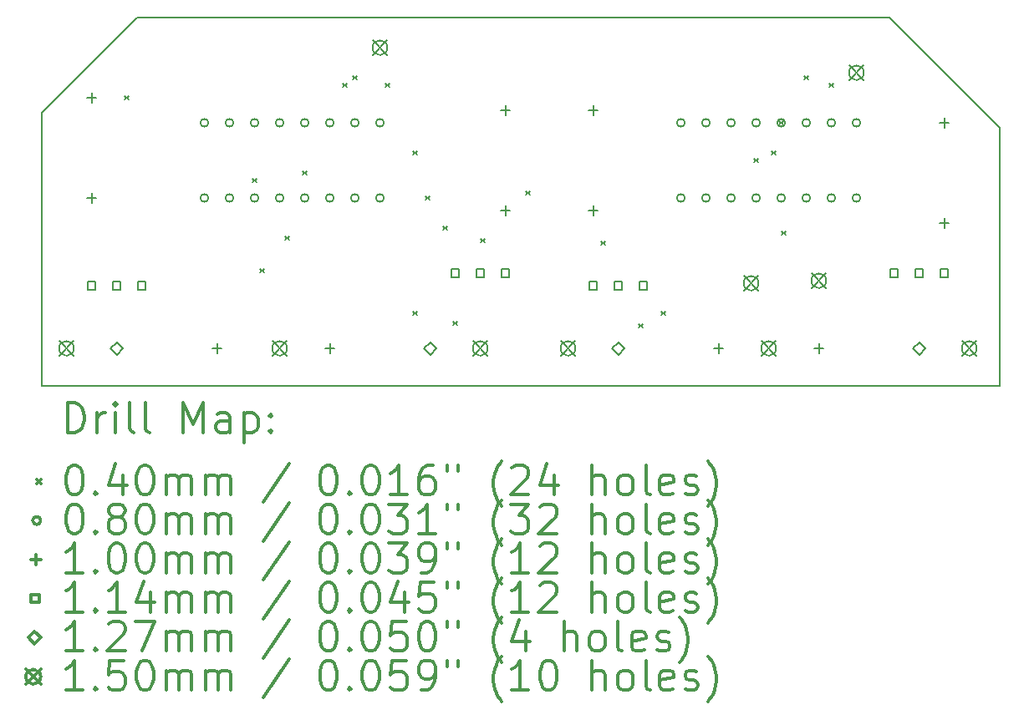
<source format=gbr>
%FSLAX45Y45*%
G04 Gerber Fmt 4.5, Leading zero omitted, Abs format (unit mm)*
G04 Created by KiCad (PCBNEW 4.0.1-stable) date 2016-04-29 3:59:18 PM*
%MOMM*%
G01*
G04 APERTURE LIST*
%ADD10C,0.127000*%
%ADD11C,0.150000*%
%ADD12C,0.200000*%
%ADD13C,0.300000*%
G04 APERTURE END LIST*
D10*
D11*
X20218400Y-9271000D02*
X20218400Y-9347200D01*
X20218400Y-9423400D02*
X20218400Y-9271000D01*
X10515600Y-9423400D02*
X20218400Y-9423400D01*
X20218400Y-6807200D02*
X20218400Y-9296400D01*
X19100800Y-5689600D02*
X20218400Y-6807200D01*
X18770600Y-5689600D02*
X19100800Y-5689600D01*
X18542000Y-5689600D02*
X18770600Y-5689600D01*
X11480800Y-5689600D02*
X18542000Y-5689600D01*
X11379200Y-5791200D02*
X11480800Y-5689600D01*
X11328400Y-5842000D02*
X11379200Y-5791200D01*
X11201400Y-5969000D02*
X11328400Y-5842000D01*
X10515600Y-6654800D02*
X11201400Y-5969000D01*
X10515600Y-9423400D02*
X10515600Y-6654800D01*
D12*
X11359200Y-6482400D02*
X11399200Y-6522400D01*
X11399200Y-6482400D02*
X11359200Y-6522400D01*
X12654600Y-7320600D02*
X12694600Y-7360600D01*
X12694600Y-7320600D02*
X12654600Y-7360600D01*
X12730800Y-8235000D02*
X12770800Y-8275000D01*
X12770800Y-8235000D02*
X12730800Y-8275000D01*
X12984800Y-7904800D02*
X13024800Y-7944800D01*
X13024800Y-7904800D02*
X12984800Y-7944800D01*
X13162600Y-7244400D02*
X13202600Y-7284400D01*
X13202600Y-7244400D02*
X13162600Y-7284400D01*
X13569000Y-6355400D02*
X13609000Y-6395400D01*
X13609000Y-6355400D02*
X13569000Y-6395400D01*
X13670600Y-6279200D02*
X13710600Y-6319200D01*
X13710600Y-6279200D02*
X13670600Y-6319200D01*
X14000800Y-6355400D02*
X14040800Y-6395400D01*
X14040800Y-6355400D02*
X14000800Y-6395400D01*
X14280200Y-7041200D02*
X14320200Y-7081200D01*
X14320200Y-7041200D02*
X14280200Y-7081200D01*
X14280200Y-8666800D02*
X14320200Y-8706800D01*
X14320200Y-8666800D02*
X14280200Y-8706800D01*
X14407200Y-7498400D02*
X14447200Y-7538400D01*
X14447200Y-7498400D02*
X14407200Y-7538400D01*
X14585000Y-7803200D02*
X14625000Y-7843200D01*
X14625000Y-7803200D02*
X14585000Y-7843200D01*
X14686600Y-8768400D02*
X14726600Y-8808400D01*
X14726600Y-8768400D02*
X14686600Y-8808400D01*
X14966000Y-7930200D02*
X15006000Y-7970200D01*
X15006000Y-7930200D02*
X14966000Y-7970200D01*
X15423200Y-7447600D02*
X15463200Y-7487600D01*
X15463200Y-7447600D02*
X15423200Y-7487600D01*
X16185200Y-7955600D02*
X16225200Y-7995600D01*
X16225200Y-7955600D02*
X16185200Y-7995600D01*
X16566200Y-8793800D02*
X16606200Y-8833800D01*
X16606200Y-8793800D02*
X16566200Y-8833800D01*
X16794800Y-8666800D02*
X16834800Y-8706800D01*
X16834800Y-8666800D02*
X16794800Y-8706800D01*
X17734600Y-7117400D02*
X17774600Y-7157400D01*
X17774600Y-7117400D02*
X17734600Y-7157400D01*
X17912400Y-7041200D02*
X17952400Y-7081200D01*
X17952400Y-7041200D02*
X17912400Y-7081200D01*
X17988600Y-6736400D02*
X18028600Y-6776400D01*
X18028600Y-6736400D02*
X17988600Y-6776400D01*
X18014000Y-7854000D02*
X18054000Y-7894000D01*
X18054000Y-7854000D02*
X18014000Y-7894000D01*
X18242600Y-6279200D02*
X18282600Y-6319200D01*
X18282600Y-6279200D02*
X18242600Y-6319200D01*
X18496600Y-6355400D02*
X18536600Y-6395400D01*
X18536600Y-6355400D02*
X18496600Y-6395400D01*
X12206600Y-6756400D02*
G75*
G03X12206600Y-6756400I-40000J0D01*
G01*
X12206600Y-7518400D02*
G75*
G03X12206600Y-7518400I-40000J0D01*
G01*
X12460600Y-6756400D02*
G75*
G03X12460600Y-6756400I-40000J0D01*
G01*
X12460600Y-7518400D02*
G75*
G03X12460600Y-7518400I-40000J0D01*
G01*
X12714600Y-6756400D02*
G75*
G03X12714600Y-6756400I-40000J0D01*
G01*
X12714600Y-7518400D02*
G75*
G03X12714600Y-7518400I-40000J0D01*
G01*
X12968600Y-6756400D02*
G75*
G03X12968600Y-6756400I-40000J0D01*
G01*
X12968600Y-7518400D02*
G75*
G03X12968600Y-7518400I-40000J0D01*
G01*
X13222600Y-6756400D02*
G75*
G03X13222600Y-6756400I-40000J0D01*
G01*
X13222600Y-7518400D02*
G75*
G03X13222600Y-7518400I-40000J0D01*
G01*
X13476600Y-6756400D02*
G75*
G03X13476600Y-6756400I-40000J0D01*
G01*
X13476600Y-7518400D02*
G75*
G03X13476600Y-7518400I-40000J0D01*
G01*
X13730600Y-6756400D02*
G75*
G03X13730600Y-6756400I-40000J0D01*
G01*
X13730600Y-7518400D02*
G75*
G03X13730600Y-7518400I-40000J0D01*
G01*
X13984600Y-6756400D02*
G75*
G03X13984600Y-6756400I-40000J0D01*
G01*
X13984600Y-7518400D02*
G75*
G03X13984600Y-7518400I-40000J0D01*
G01*
X17032600Y-6756400D02*
G75*
G03X17032600Y-6756400I-40000J0D01*
G01*
X17032600Y-7518400D02*
G75*
G03X17032600Y-7518400I-40000J0D01*
G01*
X17286600Y-6756400D02*
G75*
G03X17286600Y-6756400I-40000J0D01*
G01*
X17286600Y-7518400D02*
G75*
G03X17286600Y-7518400I-40000J0D01*
G01*
X17540600Y-6756400D02*
G75*
G03X17540600Y-6756400I-40000J0D01*
G01*
X17540600Y-7518400D02*
G75*
G03X17540600Y-7518400I-40000J0D01*
G01*
X17794600Y-6756400D02*
G75*
G03X17794600Y-6756400I-40000J0D01*
G01*
X17794600Y-7518400D02*
G75*
G03X17794600Y-7518400I-40000J0D01*
G01*
X18048600Y-6756400D02*
G75*
G03X18048600Y-6756400I-40000J0D01*
G01*
X18048600Y-7518400D02*
G75*
G03X18048600Y-7518400I-40000J0D01*
G01*
X18302600Y-6756400D02*
G75*
G03X18302600Y-6756400I-40000J0D01*
G01*
X18302600Y-7518400D02*
G75*
G03X18302600Y-7518400I-40000J0D01*
G01*
X18556600Y-6756400D02*
G75*
G03X18556600Y-6756400I-40000J0D01*
G01*
X18556600Y-7518400D02*
G75*
G03X18556600Y-7518400I-40000J0D01*
G01*
X18810600Y-6756400D02*
G75*
G03X18810600Y-6756400I-40000J0D01*
G01*
X18810600Y-7518400D02*
G75*
G03X18810600Y-7518400I-40000J0D01*
G01*
X11023600Y-6452362D02*
X11023600Y-6552438D01*
X10973562Y-6502400D02*
X11073638Y-6502400D01*
X11023600Y-7468362D02*
X11023600Y-7568438D01*
X10973562Y-7518400D02*
X11073638Y-7518400D01*
X12293600Y-8992616D02*
X12293600Y-9092692D01*
X12243562Y-9042654D02*
X12343638Y-9042654D01*
X13436600Y-8992108D02*
X13436600Y-9092184D01*
X13386562Y-9042146D02*
X13486638Y-9042146D01*
X15214600Y-6579362D02*
X15214600Y-6679438D01*
X15164562Y-6629400D02*
X15264638Y-6629400D01*
X15214600Y-7595362D02*
X15214600Y-7695438D01*
X15164562Y-7645400D02*
X15264638Y-7645400D01*
X16103600Y-6579362D02*
X16103600Y-6679438D01*
X16053562Y-6629400D02*
X16153638Y-6629400D01*
X16103600Y-7595362D02*
X16103600Y-7695438D01*
X16053562Y-7645400D02*
X16153638Y-7645400D01*
X17373600Y-8992616D02*
X17373600Y-9092692D01*
X17323562Y-9042654D02*
X17423638Y-9042654D01*
X18389600Y-8992108D02*
X18389600Y-9092184D01*
X18339562Y-9042146D02*
X18439638Y-9042146D01*
X19659600Y-6706362D02*
X19659600Y-6806438D01*
X19609562Y-6756400D02*
X19709638Y-6756400D01*
X19659600Y-7722362D02*
X19659600Y-7822438D01*
X19609562Y-7772400D02*
X19709638Y-7772400D01*
X11064012Y-8447812D02*
X11064012Y-8366988D01*
X10983189Y-8366988D01*
X10983189Y-8447812D01*
X11064012Y-8447812D01*
X11318011Y-8447812D02*
X11318011Y-8366988D01*
X11237188Y-8366988D01*
X11237188Y-8447812D01*
X11318011Y-8447812D01*
X11572011Y-8447812D02*
X11572011Y-8366988D01*
X11491188Y-8366988D01*
X11491188Y-8447812D01*
X11572011Y-8447812D01*
X14747011Y-8320811D02*
X14747011Y-8239988D01*
X14666188Y-8239988D01*
X14666188Y-8320811D01*
X14747011Y-8320811D01*
X15001011Y-8320811D02*
X15001011Y-8239988D01*
X14920188Y-8239988D01*
X14920188Y-8320811D01*
X15001011Y-8320811D01*
X15255011Y-8320811D02*
X15255011Y-8239988D01*
X15174188Y-8239988D01*
X15174188Y-8320811D01*
X15255011Y-8320811D01*
X16144011Y-8447812D02*
X16144011Y-8366988D01*
X16063188Y-8366988D01*
X16063188Y-8447812D01*
X16144011Y-8447812D01*
X16398011Y-8447812D02*
X16398011Y-8366988D01*
X16317188Y-8366988D01*
X16317188Y-8447812D01*
X16398011Y-8447812D01*
X16652011Y-8447812D02*
X16652011Y-8366988D01*
X16571188Y-8366988D01*
X16571188Y-8447812D01*
X16652011Y-8447812D01*
X19192012Y-8320811D02*
X19192012Y-8239988D01*
X19111189Y-8239988D01*
X19111189Y-8320811D01*
X19192012Y-8320811D01*
X19446012Y-8320811D02*
X19446012Y-8239988D01*
X19365189Y-8239988D01*
X19365189Y-8320811D01*
X19446012Y-8320811D01*
X19700012Y-8320811D02*
X19700012Y-8239988D01*
X19619189Y-8239988D01*
X19619189Y-8320811D01*
X19700012Y-8320811D01*
X11277600Y-9106154D02*
X11341100Y-9042654D01*
X11277600Y-8979154D01*
X11214100Y-9042654D01*
X11277600Y-9106154D01*
X14452600Y-9105646D02*
X14516100Y-9042146D01*
X14452600Y-8978646D01*
X14389100Y-9042146D01*
X14452600Y-9105646D01*
X16357600Y-9106154D02*
X16421100Y-9042654D01*
X16357600Y-8979154D01*
X16294100Y-9042654D01*
X16357600Y-9106154D01*
X19405600Y-9105646D02*
X19469100Y-9042146D01*
X19405600Y-8978646D01*
X19342100Y-9042146D01*
X19405600Y-9105646D01*
X10694600Y-8967400D02*
X10844600Y-9117400D01*
X10844600Y-8967400D02*
X10694600Y-9117400D01*
X10844600Y-9042400D02*
G75*
G03X10844600Y-9042400I-75000J0D01*
G01*
X12853600Y-8967400D02*
X13003600Y-9117400D01*
X13003600Y-8967400D02*
X12853600Y-9117400D01*
X13003600Y-9042400D02*
G75*
G03X13003600Y-9042400I-75000J0D01*
G01*
X13869600Y-5919400D02*
X14019600Y-6069400D01*
X14019600Y-5919400D02*
X13869600Y-6069400D01*
X14019600Y-5994400D02*
G75*
G03X14019600Y-5994400I-75000J0D01*
G01*
X14885600Y-8967400D02*
X15035600Y-9117400D01*
X15035600Y-8967400D02*
X14885600Y-9117400D01*
X15035600Y-9042400D02*
G75*
G03X15035600Y-9042400I-75000J0D01*
G01*
X15774600Y-8967400D02*
X15924600Y-9117400D01*
X15924600Y-8967400D02*
X15774600Y-9117400D01*
X15924600Y-9042400D02*
G75*
G03X15924600Y-9042400I-75000J0D01*
G01*
X17628800Y-8307000D02*
X17778800Y-8457000D01*
X17778800Y-8307000D02*
X17628800Y-8457000D01*
X17778800Y-8382000D02*
G75*
G03X17778800Y-8382000I-75000J0D01*
G01*
X17806600Y-8967400D02*
X17956600Y-9117400D01*
X17956600Y-8967400D02*
X17806600Y-9117400D01*
X17956600Y-9042400D02*
G75*
G03X17956600Y-9042400I-75000J0D01*
G01*
X18314600Y-8281600D02*
X18464600Y-8431600D01*
X18464600Y-8281600D02*
X18314600Y-8431600D01*
X18464600Y-8356600D02*
G75*
G03X18464600Y-8356600I-75000J0D01*
G01*
X18695600Y-6173400D02*
X18845600Y-6323400D01*
X18845600Y-6173400D02*
X18695600Y-6323400D01*
X18845600Y-6248400D02*
G75*
G03X18845600Y-6248400I-75000J0D01*
G01*
X19838600Y-8967400D02*
X19988600Y-9117400D01*
X19988600Y-8967400D02*
X19838600Y-9117400D01*
X19988600Y-9042400D02*
G75*
G03X19988600Y-9042400I-75000J0D01*
G01*
D13*
X10779529Y-9896614D02*
X10779529Y-9596614D01*
X10850957Y-9596614D01*
X10893814Y-9610900D01*
X10922386Y-9639472D01*
X10936671Y-9668043D01*
X10950957Y-9725186D01*
X10950957Y-9768043D01*
X10936671Y-9825186D01*
X10922386Y-9853757D01*
X10893814Y-9882329D01*
X10850957Y-9896614D01*
X10779529Y-9896614D01*
X11079529Y-9896614D02*
X11079529Y-9696614D01*
X11079529Y-9753757D02*
X11093814Y-9725186D01*
X11108100Y-9710900D01*
X11136671Y-9696614D01*
X11165243Y-9696614D01*
X11265243Y-9896614D02*
X11265243Y-9696614D01*
X11265243Y-9596614D02*
X11250957Y-9610900D01*
X11265243Y-9625186D01*
X11279528Y-9610900D01*
X11265243Y-9596614D01*
X11265243Y-9625186D01*
X11450957Y-9896614D02*
X11422386Y-9882329D01*
X11408100Y-9853757D01*
X11408100Y-9596614D01*
X11608100Y-9896614D02*
X11579528Y-9882329D01*
X11565243Y-9853757D01*
X11565243Y-9596614D01*
X11950957Y-9896614D02*
X11950957Y-9596614D01*
X12050957Y-9810900D01*
X12150957Y-9596614D01*
X12150957Y-9896614D01*
X12422386Y-9896614D02*
X12422386Y-9739472D01*
X12408100Y-9710900D01*
X12379528Y-9696614D01*
X12322386Y-9696614D01*
X12293814Y-9710900D01*
X12422386Y-9882329D02*
X12393814Y-9896614D01*
X12322386Y-9896614D01*
X12293814Y-9882329D01*
X12279528Y-9853757D01*
X12279528Y-9825186D01*
X12293814Y-9796614D01*
X12322386Y-9782329D01*
X12393814Y-9782329D01*
X12422386Y-9768043D01*
X12565243Y-9696614D02*
X12565243Y-9996614D01*
X12565243Y-9710900D02*
X12593814Y-9696614D01*
X12650957Y-9696614D01*
X12679528Y-9710900D01*
X12693814Y-9725186D01*
X12708100Y-9753757D01*
X12708100Y-9839472D01*
X12693814Y-9868043D01*
X12679528Y-9882329D01*
X12650957Y-9896614D01*
X12593814Y-9896614D01*
X12565243Y-9882329D01*
X12836671Y-9868043D02*
X12850957Y-9882329D01*
X12836671Y-9896614D01*
X12822386Y-9882329D01*
X12836671Y-9868043D01*
X12836671Y-9896614D01*
X12836671Y-9710900D02*
X12850957Y-9725186D01*
X12836671Y-9739472D01*
X12822386Y-9725186D01*
X12836671Y-9710900D01*
X12836671Y-9739472D01*
X10468100Y-10370900D02*
X10508100Y-10410900D01*
X10508100Y-10370900D02*
X10468100Y-10410900D01*
X10836671Y-10226614D02*
X10865243Y-10226614D01*
X10893814Y-10240900D01*
X10908100Y-10255186D01*
X10922386Y-10283757D01*
X10936671Y-10340900D01*
X10936671Y-10412329D01*
X10922386Y-10469472D01*
X10908100Y-10498043D01*
X10893814Y-10512329D01*
X10865243Y-10526614D01*
X10836671Y-10526614D01*
X10808100Y-10512329D01*
X10793814Y-10498043D01*
X10779529Y-10469472D01*
X10765243Y-10412329D01*
X10765243Y-10340900D01*
X10779529Y-10283757D01*
X10793814Y-10255186D01*
X10808100Y-10240900D01*
X10836671Y-10226614D01*
X11065243Y-10498043D02*
X11079529Y-10512329D01*
X11065243Y-10526614D01*
X11050957Y-10512329D01*
X11065243Y-10498043D01*
X11065243Y-10526614D01*
X11336671Y-10326614D02*
X11336671Y-10526614D01*
X11265243Y-10212329D02*
X11193814Y-10426614D01*
X11379528Y-10426614D01*
X11550957Y-10226614D02*
X11579528Y-10226614D01*
X11608100Y-10240900D01*
X11622386Y-10255186D01*
X11636671Y-10283757D01*
X11650957Y-10340900D01*
X11650957Y-10412329D01*
X11636671Y-10469472D01*
X11622386Y-10498043D01*
X11608100Y-10512329D01*
X11579528Y-10526614D01*
X11550957Y-10526614D01*
X11522386Y-10512329D01*
X11508100Y-10498043D01*
X11493814Y-10469472D01*
X11479528Y-10412329D01*
X11479528Y-10340900D01*
X11493814Y-10283757D01*
X11508100Y-10255186D01*
X11522386Y-10240900D01*
X11550957Y-10226614D01*
X11779528Y-10526614D02*
X11779528Y-10326614D01*
X11779528Y-10355186D02*
X11793814Y-10340900D01*
X11822386Y-10326614D01*
X11865243Y-10326614D01*
X11893814Y-10340900D01*
X11908100Y-10369472D01*
X11908100Y-10526614D01*
X11908100Y-10369472D02*
X11922386Y-10340900D01*
X11950957Y-10326614D01*
X11993814Y-10326614D01*
X12022386Y-10340900D01*
X12036671Y-10369472D01*
X12036671Y-10526614D01*
X12179528Y-10526614D02*
X12179528Y-10326614D01*
X12179528Y-10355186D02*
X12193814Y-10340900D01*
X12222386Y-10326614D01*
X12265243Y-10326614D01*
X12293814Y-10340900D01*
X12308100Y-10369472D01*
X12308100Y-10526614D01*
X12308100Y-10369472D02*
X12322386Y-10340900D01*
X12350957Y-10326614D01*
X12393814Y-10326614D01*
X12422386Y-10340900D01*
X12436671Y-10369472D01*
X12436671Y-10526614D01*
X13022386Y-10212329D02*
X12765243Y-10598043D01*
X13408100Y-10226614D02*
X13436671Y-10226614D01*
X13465243Y-10240900D01*
X13479528Y-10255186D01*
X13493814Y-10283757D01*
X13508100Y-10340900D01*
X13508100Y-10412329D01*
X13493814Y-10469472D01*
X13479528Y-10498043D01*
X13465243Y-10512329D01*
X13436671Y-10526614D01*
X13408100Y-10526614D01*
X13379528Y-10512329D01*
X13365243Y-10498043D01*
X13350957Y-10469472D01*
X13336671Y-10412329D01*
X13336671Y-10340900D01*
X13350957Y-10283757D01*
X13365243Y-10255186D01*
X13379528Y-10240900D01*
X13408100Y-10226614D01*
X13636671Y-10498043D02*
X13650957Y-10512329D01*
X13636671Y-10526614D01*
X13622386Y-10512329D01*
X13636671Y-10498043D01*
X13636671Y-10526614D01*
X13836671Y-10226614D02*
X13865243Y-10226614D01*
X13893814Y-10240900D01*
X13908100Y-10255186D01*
X13922385Y-10283757D01*
X13936671Y-10340900D01*
X13936671Y-10412329D01*
X13922385Y-10469472D01*
X13908100Y-10498043D01*
X13893814Y-10512329D01*
X13865243Y-10526614D01*
X13836671Y-10526614D01*
X13808100Y-10512329D01*
X13793814Y-10498043D01*
X13779528Y-10469472D01*
X13765243Y-10412329D01*
X13765243Y-10340900D01*
X13779528Y-10283757D01*
X13793814Y-10255186D01*
X13808100Y-10240900D01*
X13836671Y-10226614D01*
X14222385Y-10526614D02*
X14050957Y-10526614D01*
X14136671Y-10526614D02*
X14136671Y-10226614D01*
X14108100Y-10269472D01*
X14079528Y-10298043D01*
X14050957Y-10312329D01*
X14479528Y-10226614D02*
X14422385Y-10226614D01*
X14393814Y-10240900D01*
X14379528Y-10255186D01*
X14350957Y-10298043D01*
X14336671Y-10355186D01*
X14336671Y-10469472D01*
X14350957Y-10498043D01*
X14365243Y-10512329D01*
X14393814Y-10526614D01*
X14450957Y-10526614D01*
X14479528Y-10512329D01*
X14493814Y-10498043D01*
X14508100Y-10469472D01*
X14508100Y-10398043D01*
X14493814Y-10369472D01*
X14479528Y-10355186D01*
X14450957Y-10340900D01*
X14393814Y-10340900D01*
X14365243Y-10355186D01*
X14350957Y-10369472D01*
X14336671Y-10398043D01*
X14622386Y-10226614D02*
X14622386Y-10283757D01*
X14736671Y-10226614D02*
X14736671Y-10283757D01*
X15179528Y-10640900D02*
X15165243Y-10626614D01*
X15136671Y-10583757D01*
X15122385Y-10555186D01*
X15108100Y-10512329D01*
X15093814Y-10440900D01*
X15093814Y-10383757D01*
X15108100Y-10312329D01*
X15122385Y-10269472D01*
X15136671Y-10240900D01*
X15165243Y-10198043D01*
X15179528Y-10183757D01*
X15279528Y-10255186D02*
X15293814Y-10240900D01*
X15322385Y-10226614D01*
X15393814Y-10226614D01*
X15422385Y-10240900D01*
X15436671Y-10255186D01*
X15450957Y-10283757D01*
X15450957Y-10312329D01*
X15436671Y-10355186D01*
X15265243Y-10526614D01*
X15450957Y-10526614D01*
X15708100Y-10326614D02*
X15708100Y-10526614D01*
X15636671Y-10212329D02*
X15565243Y-10426614D01*
X15750957Y-10426614D01*
X16093814Y-10526614D02*
X16093814Y-10226614D01*
X16222385Y-10526614D02*
X16222385Y-10369472D01*
X16208100Y-10340900D01*
X16179528Y-10326614D01*
X16136671Y-10326614D01*
X16108100Y-10340900D01*
X16093814Y-10355186D01*
X16408100Y-10526614D02*
X16379528Y-10512329D01*
X16365243Y-10498043D01*
X16350957Y-10469472D01*
X16350957Y-10383757D01*
X16365243Y-10355186D01*
X16379528Y-10340900D01*
X16408100Y-10326614D01*
X16450957Y-10326614D01*
X16479528Y-10340900D01*
X16493814Y-10355186D01*
X16508100Y-10383757D01*
X16508100Y-10469472D01*
X16493814Y-10498043D01*
X16479528Y-10512329D01*
X16450957Y-10526614D01*
X16408100Y-10526614D01*
X16679528Y-10526614D02*
X16650957Y-10512329D01*
X16636671Y-10483757D01*
X16636671Y-10226614D01*
X16908100Y-10512329D02*
X16879529Y-10526614D01*
X16822386Y-10526614D01*
X16793814Y-10512329D01*
X16779529Y-10483757D01*
X16779529Y-10369472D01*
X16793814Y-10340900D01*
X16822386Y-10326614D01*
X16879529Y-10326614D01*
X16908100Y-10340900D01*
X16922386Y-10369472D01*
X16922386Y-10398043D01*
X16779529Y-10426614D01*
X17036671Y-10512329D02*
X17065243Y-10526614D01*
X17122386Y-10526614D01*
X17150957Y-10512329D01*
X17165243Y-10483757D01*
X17165243Y-10469472D01*
X17150957Y-10440900D01*
X17122386Y-10426614D01*
X17079529Y-10426614D01*
X17050957Y-10412329D01*
X17036671Y-10383757D01*
X17036671Y-10369472D01*
X17050957Y-10340900D01*
X17079529Y-10326614D01*
X17122386Y-10326614D01*
X17150957Y-10340900D01*
X17265243Y-10640900D02*
X17279529Y-10626614D01*
X17308100Y-10583757D01*
X17322386Y-10555186D01*
X17336671Y-10512329D01*
X17350957Y-10440900D01*
X17350957Y-10383757D01*
X17336671Y-10312329D01*
X17322386Y-10269472D01*
X17308100Y-10240900D01*
X17279529Y-10198043D01*
X17265243Y-10183757D01*
X10508100Y-10786900D02*
G75*
G03X10508100Y-10786900I-40000J0D01*
G01*
X10836671Y-10622614D02*
X10865243Y-10622614D01*
X10893814Y-10636900D01*
X10908100Y-10651186D01*
X10922386Y-10679757D01*
X10936671Y-10736900D01*
X10936671Y-10808329D01*
X10922386Y-10865472D01*
X10908100Y-10894043D01*
X10893814Y-10908329D01*
X10865243Y-10922614D01*
X10836671Y-10922614D01*
X10808100Y-10908329D01*
X10793814Y-10894043D01*
X10779529Y-10865472D01*
X10765243Y-10808329D01*
X10765243Y-10736900D01*
X10779529Y-10679757D01*
X10793814Y-10651186D01*
X10808100Y-10636900D01*
X10836671Y-10622614D01*
X11065243Y-10894043D02*
X11079529Y-10908329D01*
X11065243Y-10922614D01*
X11050957Y-10908329D01*
X11065243Y-10894043D01*
X11065243Y-10922614D01*
X11250957Y-10751186D02*
X11222386Y-10736900D01*
X11208100Y-10722614D01*
X11193814Y-10694043D01*
X11193814Y-10679757D01*
X11208100Y-10651186D01*
X11222386Y-10636900D01*
X11250957Y-10622614D01*
X11308100Y-10622614D01*
X11336671Y-10636900D01*
X11350957Y-10651186D01*
X11365243Y-10679757D01*
X11365243Y-10694043D01*
X11350957Y-10722614D01*
X11336671Y-10736900D01*
X11308100Y-10751186D01*
X11250957Y-10751186D01*
X11222386Y-10765472D01*
X11208100Y-10779757D01*
X11193814Y-10808329D01*
X11193814Y-10865472D01*
X11208100Y-10894043D01*
X11222386Y-10908329D01*
X11250957Y-10922614D01*
X11308100Y-10922614D01*
X11336671Y-10908329D01*
X11350957Y-10894043D01*
X11365243Y-10865472D01*
X11365243Y-10808329D01*
X11350957Y-10779757D01*
X11336671Y-10765472D01*
X11308100Y-10751186D01*
X11550957Y-10622614D02*
X11579528Y-10622614D01*
X11608100Y-10636900D01*
X11622386Y-10651186D01*
X11636671Y-10679757D01*
X11650957Y-10736900D01*
X11650957Y-10808329D01*
X11636671Y-10865472D01*
X11622386Y-10894043D01*
X11608100Y-10908329D01*
X11579528Y-10922614D01*
X11550957Y-10922614D01*
X11522386Y-10908329D01*
X11508100Y-10894043D01*
X11493814Y-10865472D01*
X11479528Y-10808329D01*
X11479528Y-10736900D01*
X11493814Y-10679757D01*
X11508100Y-10651186D01*
X11522386Y-10636900D01*
X11550957Y-10622614D01*
X11779528Y-10922614D02*
X11779528Y-10722614D01*
X11779528Y-10751186D02*
X11793814Y-10736900D01*
X11822386Y-10722614D01*
X11865243Y-10722614D01*
X11893814Y-10736900D01*
X11908100Y-10765472D01*
X11908100Y-10922614D01*
X11908100Y-10765472D02*
X11922386Y-10736900D01*
X11950957Y-10722614D01*
X11993814Y-10722614D01*
X12022386Y-10736900D01*
X12036671Y-10765472D01*
X12036671Y-10922614D01*
X12179528Y-10922614D02*
X12179528Y-10722614D01*
X12179528Y-10751186D02*
X12193814Y-10736900D01*
X12222386Y-10722614D01*
X12265243Y-10722614D01*
X12293814Y-10736900D01*
X12308100Y-10765472D01*
X12308100Y-10922614D01*
X12308100Y-10765472D02*
X12322386Y-10736900D01*
X12350957Y-10722614D01*
X12393814Y-10722614D01*
X12422386Y-10736900D01*
X12436671Y-10765472D01*
X12436671Y-10922614D01*
X13022386Y-10608329D02*
X12765243Y-10994043D01*
X13408100Y-10622614D02*
X13436671Y-10622614D01*
X13465243Y-10636900D01*
X13479528Y-10651186D01*
X13493814Y-10679757D01*
X13508100Y-10736900D01*
X13508100Y-10808329D01*
X13493814Y-10865472D01*
X13479528Y-10894043D01*
X13465243Y-10908329D01*
X13436671Y-10922614D01*
X13408100Y-10922614D01*
X13379528Y-10908329D01*
X13365243Y-10894043D01*
X13350957Y-10865472D01*
X13336671Y-10808329D01*
X13336671Y-10736900D01*
X13350957Y-10679757D01*
X13365243Y-10651186D01*
X13379528Y-10636900D01*
X13408100Y-10622614D01*
X13636671Y-10894043D02*
X13650957Y-10908329D01*
X13636671Y-10922614D01*
X13622386Y-10908329D01*
X13636671Y-10894043D01*
X13636671Y-10922614D01*
X13836671Y-10622614D02*
X13865243Y-10622614D01*
X13893814Y-10636900D01*
X13908100Y-10651186D01*
X13922385Y-10679757D01*
X13936671Y-10736900D01*
X13936671Y-10808329D01*
X13922385Y-10865472D01*
X13908100Y-10894043D01*
X13893814Y-10908329D01*
X13865243Y-10922614D01*
X13836671Y-10922614D01*
X13808100Y-10908329D01*
X13793814Y-10894043D01*
X13779528Y-10865472D01*
X13765243Y-10808329D01*
X13765243Y-10736900D01*
X13779528Y-10679757D01*
X13793814Y-10651186D01*
X13808100Y-10636900D01*
X13836671Y-10622614D01*
X14036671Y-10622614D02*
X14222385Y-10622614D01*
X14122385Y-10736900D01*
X14165243Y-10736900D01*
X14193814Y-10751186D01*
X14208100Y-10765472D01*
X14222385Y-10794043D01*
X14222385Y-10865472D01*
X14208100Y-10894043D01*
X14193814Y-10908329D01*
X14165243Y-10922614D01*
X14079528Y-10922614D01*
X14050957Y-10908329D01*
X14036671Y-10894043D01*
X14508100Y-10922614D02*
X14336671Y-10922614D01*
X14422385Y-10922614D02*
X14422385Y-10622614D01*
X14393814Y-10665472D01*
X14365243Y-10694043D01*
X14336671Y-10708329D01*
X14622386Y-10622614D02*
X14622386Y-10679757D01*
X14736671Y-10622614D02*
X14736671Y-10679757D01*
X15179528Y-11036900D02*
X15165243Y-11022614D01*
X15136671Y-10979757D01*
X15122385Y-10951186D01*
X15108100Y-10908329D01*
X15093814Y-10836900D01*
X15093814Y-10779757D01*
X15108100Y-10708329D01*
X15122385Y-10665472D01*
X15136671Y-10636900D01*
X15165243Y-10594043D01*
X15179528Y-10579757D01*
X15265243Y-10622614D02*
X15450957Y-10622614D01*
X15350957Y-10736900D01*
X15393814Y-10736900D01*
X15422385Y-10751186D01*
X15436671Y-10765472D01*
X15450957Y-10794043D01*
X15450957Y-10865472D01*
X15436671Y-10894043D01*
X15422385Y-10908329D01*
X15393814Y-10922614D01*
X15308100Y-10922614D01*
X15279528Y-10908329D01*
X15265243Y-10894043D01*
X15565243Y-10651186D02*
X15579528Y-10636900D01*
X15608100Y-10622614D01*
X15679528Y-10622614D01*
X15708100Y-10636900D01*
X15722385Y-10651186D01*
X15736671Y-10679757D01*
X15736671Y-10708329D01*
X15722385Y-10751186D01*
X15550957Y-10922614D01*
X15736671Y-10922614D01*
X16093814Y-10922614D02*
X16093814Y-10622614D01*
X16222385Y-10922614D02*
X16222385Y-10765472D01*
X16208100Y-10736900D01*
X16179528Y-10722614D01*
X16136671Y-10722614D01*
X16108100Y-10736900D01*
X16093814Y-10751186D01*
X16408100Y-10922614D02*
X16379528Y-10908329D01*
X16365243Y-10894043D01*
X16350957Y-10865472D01*
X16350957Y-10779757D01*
X16365243Y-10751186D01*
X16379528Y-10736900D01*
X16408100Y-10722614D01*
X16450957Y-10722614D01*
X16479528Y-10736900D01*
X16493814Y-10751186D01*
X16508100Y-10779757D01*
X16508100Y-10865472D01*
X16493814Y-10894043D01*
X16479528Y-10908329D01*
X16450957Y-10922614D01*
X16408100Y-10922614D01*
X16679528Y-10922614D02*
X16650957Y-10908329D01*
X16636671Y-10879757D01*
X16636671Y-10622614D01*
X16908100Y-10908329D02*
X16879529Y-10922614D01*
X16822386Y-10922614D01*
X16793814Y-10908329D01*
X16779529Y-10879757D01*
X16779529Y-10765472D01*
X16793814Y-10736900D01*
X16822386Y-10722614D01*
X16879529Y-10722614D01*
X16908100Y-10736900D01*
X16922386Y-10765472D01*
X16922386Y-10794043D01*
X16779529Y-10822614D01*
X17036671Y-10908329D02*
X17065243Y-10922614D01*
X17122386Y-10922614D01*
X17150957Y-10908329D01*
X17165243Y-10879757D01*
X17165243Y-10865472D01*
X17150957Y-10836900D01*
X17122386Y-10822614D01*
X17079529Y-10822614D01*
X17050957Y-10808329D01*
X17036671Y-10779757D01*
X17036671Y-10765472D01*
X17050957Y-10736900D01*
X17079529Y-10722614D01*
X17122386Y-10722614D01*
X17150957Y-10736900D01*
X17265243Y-11036900D02*
X17279529Y-11022614D01*
X17308100Y-10979757D01*
X17322386Y-10951186D01*
X17336671Y-10908329D01*
X17350957Y-10836900D01*
X17350957Y-10779757D01*
X17336671Y-10708329D01*
X17322386Y-10665472D01*
X17308100Y-10636900D01*
X17279529Y-10594043D01*
X17265243Y-10579757D01*
X10458062Y-11132862D02*
X10458062Y-11232938D01*
X10408024Y-11182900D02*
X10508100Y-11182900D01*
X10936671Y-11318614D02*
X10765243Y-11318614D01*
X10850957Y-11318614D02*
X10850957Y-11018614D01*
X10822386Y-11061472D01*
X10793814Y-11090043D01*
X10765243Y-11104329D01*
X11065243Y-11290043D02*
X11079529Y-11304329D01*
X11065243Y-11318614D01*
X11050957Y-11304329D01*
X11065243Y-11290043D01*
X11065243Y-11318614D01*
X11265243Y-11018614D02*
X11293814Y-11018614D01*
X11322386Y-11032900D01*
X11336671Y-11047186D01*
X11350957Y-11075757D01*
X11365243Y-11132900D01*
X11365243Y-11204329D01*
X11350957Y-11261471D01*
X11336671Y-11290043D01*
X11322386Y-11304329D01*
X11293814Y-11318614D01*
X11265243Y-11318614D01*
X11236671Y-11304329D01*
X11222386Y-11290043D01*
X11208100Y-11261471D01*
X11193814Y-11204329D01*
X11193814Y-11132900D01*
X11208100Y-11075757D01*
X11222386Y-11047186D01*
X11236671Y-11032900D01*
X11265243Y-11018614D01*
X11550957Y-11018614D02*
X11579528Y-11018614D01*
X11608100Y-11032900D01*
X11622386Y-11047186D01*
X11636671Y-11075757D01*
X11650957Y-11132900D01*
X11650957Y-11204329D01*
X11636671Y-11261471D01*
X11622386Y-11290043D01*
X11608100Y-11304329D01*
X11579528Y-11318614D01*
X11550957Y-11318614D01*
X11522386Y-11304329D01*
X11508100Y-11290043D01*
X11493814Y-11261471D01*
X11479528Y-11204329D01*
X11479528Y-11132900D01*
X11493814Y-11075757D01*
X11508100Y-11047186D01*
X11522386Y-11032900D01*
X11550957Y-11018614D01*
X11779528Y-11318614D02*
X11779528Y-11118614D01*
X11779528Y-11147186D02*
X11793814Y-11132900D01*
X11822386Y-11118614D01*
X11865243Y-11118614D01*
X11893814Y-11132900D01*
X11908100Y-11161472D01*
X11908100Y-11318614D01*
X11908100Y-11161472D02*
X11922386Y-11132900D01*
X11950957Y-11118614D01*
X11993814Y-11118614D01*
X12022386Y-11132900D01*
X12036671Y-11161472D01*
X12036671Y-11318614D01*
X12179528Y-11318614D02*
X12179528Y-11118614D01*
X12179528Y-11147186D02*
X12193814Y-11132900D01*
X12222386Y-11118614D01*
X12265243Y-11118614D01*
X12293814Y-11132900D01*
X12308100Y-11161472D01*
X12308100Y-11318614D01*
X12308100Y-11161472D02*
X12322386Y-11132900D01*
X12350957Y-11118614D01*
X12393814Y-11118614D01*
X12422386Y-11132900D01*
X12436671Y-11161472D01*
X12436671Y-11318614D01*
X13022386Y-11004329D02*
X12765243Y-11390043D01*
X13408100Y-11018614D02*
X13436671Y-11018614D01*
X13465243Y-11032900D01*
X13479528Y-11047186D01*
X13493814Y-11075757D01*
X13508100Y-11132900D01*
X13508100Y-11204329D01*
X13493814Y-11261471D01*
X13479528Y-11290043D01*
X13465243Y-11304329D01*
X13436671Y-11318614D01*
X13408100Y-11318614D01*
X13379528Y-11304329D01*
X13365243Y-11290043D01*
X13350957Y-11261471D01*
X13336671Y-11204329D01*
X13336671Y-11132900D01*
X13350957Y-11075757D01*
X13365243Y-11047186D01*
X13379528Y-11032900D01*
X13408100Y-11018614D01*
X13636671Y-11290043D02*
X13650957Y-11304329D01*
X13636671Y-11318614D01*
X13622386Y-11304329D01*
X13636671Y-11290043D01*
X13636671Y-11318614D01*
X13836671Y-11018614D02*
X13865243Y-11018614D01*
X13893814Y-11032900D01*
X13908100Y-11047186D01*
X13922385Y-11075757D01*
X13936671Y-11132900D01*
X13936671Y-11204329D01*
X13922385Y-11261471D01*
X13908100Y-11290043D01*
X13893814Y-11304329D01*
X13865243Y-11318614D01*
X13836671Y-11318614D01*
X13808100Y-11304329D01*
X13793814Y-11290043D01*
X13779528Y-11261471D01*
X13765243Y-11204329D01*
X13765243Y-11132900D01*
X13779528Y-11075757D01*
X13793814Y-11047186D01*
X13808100Y-11032900D01*
X13836671Y-11018614D01*
X14036671Y-11018614D02*
X14222385Y-11018614D01*
X14122385Y-11132900D01*
X14165243Y-11132900D01*
X14193814Y-11147186D01*
X14208100Y-11161472D01*
X14222385Y-11190043D01*
X14222385Y-11261471D01*
X14208100Y-11290043D01*
X14193814Y-11304329D01*
X14165243Y-11318614D01*
X14079528Y-11318614D01*
X14050957Y-11304329D01*
X14036671Y-11290043D01*
X14365243Y-11318614D02*
X14422385Y-11318614D01*
X14450957Y-11304329D01*
X14465243Y-11290043D01*
X14493814Y-11247186D01*
X14508100Y-11190043D01*
X14508100Y-11075757D01*
X14493814Y-11047186D01*
X14479528Y-11032900D01*
X14450957Y-11018614D01*
X14393814Y-11018614D01*
X14365243Y-11032900D01*
X14350957Y-11047186D01*
X14336671Y-11075757D01*
X14336671Y-11147186D01*
X14350957Y-11175757D01*
X14365243Y-11190043D01*
X14393814Y-11204329D01*
X14450957Y-11204329D01*
X14479528Y-11190043D01*
X14493814Y-11175757D01*
X14508100Y-11147186D01*
X14622386Y-11018614D02*
X14622386Y-11075757D01*
X14736671Y-11018614D02*
X14736671Y-11075757D01*
X15179528Y-11432900D02*
X15165243Y-11418614D01*
X15136671Y-11375757D01*
X15122385Y-11347186D01*
X15108100Y-11304329D01*
X15093814Y-11232900D01*
X15093814Y-11175757D01*
X15108100Y-11104329D01*
X15122385Y-11061472D01*
X15136671Y-11032900D01*
X15165243Y-10990043D01*
X15179528Y-10975757D01*
X15450957Y-11318614D02*
X15279528Y-11318614D01*
X15365243Y-11318614D02*
X15365243Y-11018614D01*
X15336671Y-11061472D01*
X15308100Y-11090043D01*
X15279528Y-11104329D01*
X15565243Y-11047186D02*
X15579528Y-11032900D01*
X15608100Y-11018614D01*
X15679528Y-11018614D01*
X15708100Y-11032900D01*
X15722385Y-11047186D01*
X15736671Y-11075757D01*
X15736671Y-11104329D01*
X15722385Y-11147186D01*
X15550957Y-11318614D01*
X15736671Y-11318614D01*
X16093814Y-11318614D02*
X16093814Y-11018614D01*
X16222385Y-11318614D02*
X16222385Y-11161472D01*
X16208100Y-11132900D01*
X16179528Y-11118614D01*
X16136671Y-11118614D01*
X16108100Y-11132900D01*
X16093814Y-11147186D01*
X16408100Y-11318614D02*
X16379528Y-11304329D01*
X16365243Y-11290043D01*
X16350957Y-11261471D01*
X16350957Y-11175757D01*
X16365243Y-11147186D01*
X16379528Y-11132900D01*
X16408100Y-11118614D01*
X16450957Y-11118614D01*
X16479528Y-11132900D01*
X16493814Y-11147186D01*
X16508100Y-11175757D01*
X16508100Y-11261471D01*
X16493814Y-11290043D01*
X16479528Y-11304329D01*
X16450957Y-11318614D01*
X16408100Y-11318614D01*
X16679528Y-11318614D02*
X16650957Y-11304329D01*
X16636671Y-11275757D01*
X16636671Y-11018614D01*
X16908100Y-11304329D02*
X16879529Y-11318614D01*
X16822386Y-11318614D01*
X16793814Y-11304329D01*
X16779529Y-11275757D01*
X16779529Y-11161472D01*
X16793814Y-11132900D01*
X16822386Y-11118614D01*
X16879529Y-11118614D01*
X16908100Y-11132900D01*
X16922386Y-11161472D01*
X16922386Y-11190043D01*
X16779529Y-11218614D01*
X17036671Y-11304329D02*
X17065243Y-11318614D01*
X17122386Y-11318614D01*
X17150957Y-11304329D01*
X17165243Y-11275757D01*
X17165243Y-11261471D01*
X17150957Y-11232900D01*
X17122386Y-11218614D01*
X17079529Y-11218614D01*
X17050957Y-11204329D01*
X17036671Y-11175757D01*
X17036671Y-11161472D01*
X17050957Y-11132900D01*
X17079529Y-11118614D01*
X17122386Y-11118614D01*
X17150957Y-11132900D01*
X17265243Y-11432900D02*
X17279529Y-11418614D01*
X17308100Y-11375757D01*
X17322386Y-11347186D01*
X17336671Y-11304329D01*
X17350957Y-11232900D01*
X17350957Y-11175757D01*
X17336671Y-11104329D01*
X17322386Y-11061472D01*
X17308100Y-11032900D01*
X17279529Y-10990043D01*
X17265243Y-10975757D01*
X10491361Y-11619312D02*
X10491361Y-11538489D01*
X10410538Y-11538489D01*
X10410538Y-11619312D01*
X10491361Y-11619312D01*
X10936671Y-11714614D02*
X10765243Y-11714614D01*
X10850957Y-11714614D02*
X10850957Y-11414614D01*
X10822386Y-11457471D01*
X10793814Y-11486043D01*
X10765243Y-11500329D01*
X11065243Y-11686043D02*
X11079529Y-11700329D01*
X11065243Y-11714614D01*
X11050957Y-11700329D01*
X11065243Y-11686043D01*
X11065243Y-11714614D01*
X11365243Y-11714614D02*
X11193814Y-11714614D01*
X11279528Y-11714614D02*
X11279528Y-11414614D01*
X11250957Y-11457471D01*
X11222386Y-11486043D01*
X11193814Y-11500329D01*
X11622386Y-11514614D02*
X11622386Y-11714614D01*
X11550957Y-11400329D02*
X11479528Y-11614614D01*
X11665243Y-11614614D01*
X11779528Y-11714614D02*
X11779528Y-11514614D01*
X11779528Y-11543186D02*
X11793814Y-11528900D01*
X11822386Y-11514614D01*
X11865243Y-11514614D01*
X11893814Y-11528900D01*
X11908100Y-11557471D01*
X11908100Y-11714614D01*
X11908100Y-11557471D02*
X11922386Y-11528900D01*
X11950957Y-11514614D01*
X11993814Y-11514614D01*
X12022386Y-11528900D01*
X12036671Y-11557471D01*
X12036671Y-11714614D01*
X12179528Y-11714614D02*
X12179528Y-11514614D01*
X12179528Y-11543186D02*
X12193814Y-11528900D01*
X12222386Y-11514614D01*
X12265243Y-11514614D01*
X12293814Y-11528900D01*
X12308100Y-11557471D01*
X12308100Y-11714614D01*
X12308100Y-11557471D02*
X12322386Y-11528900D01*
X12350957Y-11514614D01*
X12393814Y-11514614D01*
X12422386Y-11528900D01*
X12436671Y-11557471D01*
X12436671Y-11714614D01*
X13022386Y-11400329D02*
X12765243Y-11786043D01*
X13408100Y-11414614D02*
X13436671Y-11414614D01*
X13465243Y-11428900D01*
X13479528Y-11443186D01*
X13493814Y-11471757D01*
X13508100Y-11528900D01*
X13508100Y-11600329D01*
X13493814Y-11657471D01*
X13479528Y-11686043D01*
X13465243Y-11700329D01*
X13436671Y-11714614D01*
X13408100Y-11714614D01*
X13379528Y-11700329D01*
X13365243Y-11686043D01*
X13350957Y-11657471D01*
X13336671Y-11600329D01*
X13336671Y-11528900D01*
X13350957Y-11471757D01*
X13365243Y-11443186D01*
X13379528Y-11428900D01*
X13408100Y-11414614D01*
X13636671Y-11686043D02*
X13650957Y-11700329D01*
X13636671Y-11714614D01*
X13622386Y-11700329D01*
X13636671Y-11686043D01*
X13636671Y-11714614D01*
X13836671Y-11414614D02*
X13865243Y-11414614D01*
X13893814Y-11428900D01*
X13908100Y-11443186D01*
X13922385Y-11471757D01*
X13936671Y-11528900D01*
X13936671Y-11600329D01*
X13922385Y-11657471D01*
X13908100Y-11686043D01*
X13893814Y-11700329D01*
X13865243Y-11714614D01*
X13836671Y-11714614D01*
X13808100Y-11700329D01*
X13793814Y-11686043D01*
X13779528Y-11657471D01*
X13765243Y-11600329D01*
X13765243Y-11528900D01*
X13779528Y-11471757D01*
X13793814Y-11443186D01*
X13808100Y-11428900D01*
X13836671Y-11414614D01*
X14193814Y-11514614D02*
X14193814Y-11714614D01*
X14122385Y-11400329D02*
X14050957Y-11614614D01*
X14236671Y-11614614D01*
X14493814Y-11414614D02*
X14350957Y-11414614D01*
X14336671Y-11557471D01*
X14350957Y-11543186D01*
X14379528Y-11528900D01*
X14450957Y-11528900D01*
X14479528Y-11543186D01*
X14493814Y-11557471D01*
X14508100Y-11586043D01*
X14508100Y-11657471D01*
X14493814Y-11686043D01*
X14479528Y-11700329D01*
X14450957Y-11714614D01*
X14379528Y-11714614D01*
X14350957Y-11700329D01*
X14336671Y-11686043D01*
X14622386Y-11414614D02*
X14622386Y-11471757D01*
X14736671Y-11414614D02*
X14736671Y-11471757D01*
X15179528Y-11828900D02*
X15165243Y-11814614D01*
X15136671Y-11771757D01*
X15122385Y-11743186D01*
X15108100Y-11700329D01*
X15093814Y-11628900D01*
X15093814Y-11571757D01*
X15108100Y-11500329D01*
X15122385Y-11457471D01*
X15136671Y-11428900D01*
X15165243Y-11386043D01*
X15179528Y-11371757D01*
X15450957Y-11714614D02*
X15279528Y-11714614D01*
X15365243Y-11714614D02*
X15365243Y-11414614D01*
X15336671Y-11457471D01*
X15308100Y-11486043D01*
X15279528Y-11500329D01*
X15565243Y-11443186D02*
X15579528Y-11428900D01*
X15608100Y-11414614D01*
X15679528Y-11414614D01*
X15708100Y-11428900D01*
X15722385Y-11443186D01*
X15736671Y-11471757D01*
X15736671Y-11500329D01*
X15722385Y-11543186D01*
X15550957Y-11714614D01*
X15736671Y-11714614D01*
X16093814Y-11714614D02*
X16093814Y-11414614D01*
X16222385Y-11714614D02*
X16222385Y-11557471D01*
X16208100Y-11528900D01*
X16179528Y-11514614D01*
X16136671Y-11514614D01*
X16108100Y-11528900D01*
X16093814Y-11543186D01*
X16408100Y-11714614D02*
X16379528Y-11700329D01*
X16365243Y-11686043D01*
X16350957Y-11657471D01*
X16350957Y-11571757D01*
X16365243Y-11543186D01*
X16379528Y-11528900D01*
X16408100Y-11514614D01*
X16450957Y-11514614D01*
X16479528Y-11528900D01*
X16493814Y-11543186D01*
X16508100Y-11571757D01*
X16508100Y-11657471D01*
X16493814Y-11686043D01*
X16479528Y-11700329D01*
X16450957Y-11714614D01*
X16408100Y-11714614D01*
X16679528Y-11714614D02*
X16650957Y-11700329D01*
X16636671Y-11671757D01*
X16636671Y-11414614D01*
X16908100Y-11700329D02*
X16879529Y-11714614D01*
X16822386Y-11714614D01*
X16793814Y-11700329D01*
X16779529Y-11671757D01*
X16779529Y-11557471D01*
X16793814Y-11528900D01*
X16822386Y-11514614D01*
X16879529Y-11514614D01*
X16908100Y-11528900D01*
X16922386Y-11557471D01*
X16922386Y-11586043D01*
X16779529Y-11614614D01*
X17036671Y-11700329D02*
X17065243Y-11714614D01*
X17122386Y-11714614D01*
X17150957Y-11700329D01*
X17165243Y-11671757D01*
X17165243Y-11657471D01*
X17150957Y-11628900D01*
X17122386Y-11614614D01*
X17079529Y-11614614D01*
X17050957Y-11600329D01*
X17036671Y-11571757D01*
X17036671Y-11557471D01*
X17050957Y-11528900D01*
X17079529Y-11514614D01*
X17122386Y-11514614D01*
X17150957Y-11528900D01*
X17265243Y-11828900D02*
X17279529Y-11814614D01*
X17308100Y-11771757D01*
X17322386Y-11743186D01*
X17336671Y-11700329D01*
X17350957Y-11628900D01*
X17350957Y-11571757D01*
X17336671Y-11500329D01*
X17322386Y-11457471D01*
X17308100Y-11428900D01*
X17279529Y-11386043D01*
X17265243Y-11371757D01*
X10444600Y-12038400D02*
X10508100Y-11974900D01*
X10444600Y-11911400D01*
X10381100Y-11974900D01*
X10444600Y-12038400D01*
X10936671Y-12110614D02*
X10765243Y-12110614D01*
X10850957Y-12110614D02*
X10850957Y-11810614D01*
X10822386Y-11853471D01*
X10793814Y-11882043D01*
X10765243Y-11896329D01*
X11065243Y-12082043D02*
X11079529Y-12096329D01*
X11065243Y-12110614D01*
X11050957Y-12096329D01*
X11065243Y-12082043D01*
X11065243Y-12110614D01*
X11193814Y-11839186D02*
X11208100Y-11824900D01*
X11236671Y-11810614D01*
X11308100Y-11810614D01*
X11336671Y-11824900D01*
X11350957Y-11839186D01*
X11365243Y-11867757D01*
X11365243Y-11896329D01*
X11350957Y-11939186D01*
X11179528Y-12110614D01*
X11365243Y-12110614D01*
X11465243Y-11810614D02*
X11665243Y-11810614D01*
X11536671Y-12110614D01*
X11779528Y-12110614D02*
X11779528Y-11910614D01*
X11779528Y-11939186D02*
X11793814Y-11924900D01*
X11822386Y-11910614D01*
X11865243Y-11910614D01*
X11893814Y-11924900D01*
X11908100Y-11953471D01*
X11908100Y-12110614D01*
X11908100Y-11953471D02*
X11922386Y-11924900D01*
X11950957Y-11910614D01*
X11993814Y-11910614D01*
X12022386Y-11924900D01*
X12036671Y-11953471D01*
X12036671Y-12110614D01*
X12179528Y-12110614D02*
X12179528Y-11910614D01*
X12179528Y-11939186D02*
X12193814Y-11924900D01*
X12222386Y-11910614D01*
X12265243Y-11910614D01*
X12293814Y-11924900D01*
X12308100Y-11953471D01*
X12308100Y-12110614D01*
X12308100Y-11953471D02*
X12322386Y-11924900D01*
X12350957Y-11910614D01*
X12393814Y-11910614D01*
X12422386Y-11924900D01*
X12436671Y-11953471D01*
X12436671Y-12110614D01*
X13022386Y-11796329D02*
X12765243Y-12182043D01*
X13408100Y-11810614D02*
X13436671Y-11810614D01*
X13465243Y-11824900D01*
X13479528Y-11839186D01*
X13493814Y-11867757D01*
X13508100Y-11924900D01*
X13508100Y-11996329D01*
X13493814Y-12053471D01*
X13479528Y-12082043D01*
X13465243Y-12096329D01*
X13436671Y-12110614D01*
X13408100Y-12110614D01*
X13379528Y-12096329D01*
X13365243Y-12082043D01*
X13350957Y-12053471D01*
X13336671Y-11996329D01*
X13336671Y-11924900D01*
X13350957Y-11867757D01*
X13365243Y-11839186D01*
X13379528Y-11824900D01*
X13408100Y-11810614D01*
X13636671Y-12082043D02*
X13650957Y-12096329D01*
X13636671Y-12110614D01*
X13622386Y-12096329D01*
X13636671Y-12082043D01*
X13636671Y-12110614D01*
X13836671Y-11810614D02*
X13865243Y-11810614D01*
X13893814Y-11824900D01*
X13908100Y-11839186D01*
X13922385Y-11867757D01*
X13936671Y-11924900D01*
X13936671Y-11996329D01*
X13922385Y-12053471D01*
X13908100Y-12082043D01*
X13893814Y-12096329D01*
X13865243Y-12110614D01*
X13836671Y-12110614D01*
X13808100Y-12096329D01*
X13793814Y-12082043D01*
X13779528Y-12053471D01*
X13765243Y-11996329D01*
X13765243Y-11924900D01*
X13779528Y-11867757D01*
X13793814Y-11839186D01*
X13808100Y-11824900D01*
X13836671Y-11810614D01*
X14208100Y-11810614D02*
X14065243Y-11810614D01*
X14050957Y-11953471D01*
X14065243Y-11939186D01*
X14093814Y-11924900D01*
X14165243Y-11924900D01*
X14193814Y-11939186D01*
X14208100Y-11953471D01*
X14222385Y-11982043D01*
X14222385Y-12053471D01*
X14208100Y-12082043D01*
X14193814Y-12096329D01*
X14165243Y-12110614D01*
X14093814Y-12110614D01*
X14065243Y-12096329D01*
X14050957Y-12082043D01*
X14408100Y-11810614D02*
X14436671Y-11810614D01*
X14465243Y-11824900D01*
X14479528Y-11839186D01*
X14493814Y-11867757D01*
X14508100Y-11924900D01*
X14508100Y-11996329D01*
X14493814Y-12053471D01*
X14479528Y-12082043D01*
X14465243Y-12096329D01*
X14436671Y-12110614D01*
X14408100Y-12110614D01*
X14379528Y-12096329D01*
X14365243Y-12082043D01*
X14350957Y-12053471D01*
X14336671Y-11996329D01*
X14336671Y-11924900D01*
X14350957Y-11867757D01*
X14365243Y-11839186D01*
X14379528Y-11824900D01*
X14408100Y-11810614D01*
X14622386Y-11810614D02*
X14622386Y-11867757D01*
X14736671Y-11810614D02*
X14736671Y-11867757D01*
X15179528Y-12224900D02*
X15165243Y-12210614D01*
X15136671Y-12167757D01*
X15122385Y-12139186D01*
X15108100Y-12096329D01*
X15093814Y-12024900D01*
X15093814Y-11967757D01*
X15108100Y-11896329D01*
X15122385Y-11853471D01*
X15136671Y-11824900D01*
X15165243Y-11782043D01*
X15179528Y-11767757D01*
X15422385Y-11910614D02*
X15422385Y-12110614D01*
X15350957Y-11796329D02*
X15279528Y-12010614D01*
X15465243Y-12010614D01*
X15808100Y-12110614D02*
X15808100Y-11810614D01*
X15936671Y-12110614D02*
X15936671Y-11953471D01*
X15922385Y-11924900D01*
X15893814Y-11910614D01*
X15850957Y-11910614D01*
X15822385Y-11924900D01*
X15808100Y-11939186D01*
X16122385Y-12110614D02*
X16093814Y-12096329D01*
X16079528Y-12082043D01*
X16065243Y-12053471D01*
X16065243Y-11967757D01*
X16079528Y-11939186D01*
X16093814Y-11924900D01*
X16122385Y-11910614D01*
X16165243Y-11910614D01*
X16193814Y-11924900D01*
X16208100Y-11939186D01*
X16222385Y-11967757D01*
X16222385Y-12053471D01*
X16208100Y-12082043D01*
X16193814Y-12096329D01*
X16165243Y-12110614D01*
X16122385Y-12110614D01*
X16393814Y-12110614D02*
X16365243Y-12096329D01*
X16350957Y-12067757D01*
X16350957Y-11810614D01*
X16622386Y-12096329D02*
X16593814Y-12110614D01*
X16536671Y-12110614D01*
X16508100Y-12096329D01*
X16493814Y-12067757D01*
X16493814Y-11953471D01*
X16508100Y-11924900D01*
X16536671Y-11910614D01*
X16593814Y-11910614D01*
X16622386Y-11924900D01*
X16636671Y-11953471D01*
X16636671Y-11982043D01*
X16493814Y-12010614D01*
X16750957Y-12096329D02*
X16779529Y-12110614D01*
X16836671Y-12110614D01*
X16865243Y-12096329D01*
X16879529Y-12067757D01*
X16879529Y-12053471D01*
X16865243Y-12024900D01*
X16836671Y-12010614D01*
X16793814Y-12010614D01*
X16765243Y-11996329D01*
X16750957Y-11967757D01*
X16750957Y-11953471D01*
X16765243Y-11924900D01*
X16793814Y-11910614D01*
X16836671Y-11910614D01*
X16865243Y-11924900D01*
X16979528Y-12224900D02*
X16993814Y-12210614D01*
X17022386Y-12167757D01*
X17036671Y-12139186D01*
X17050957Y-12096329D01*
X17065243Y-12024900D01*
X17065243Y-11967757D01*
X17050957Y-11896329D01*
X17036671Y-11853471D01*
X17022386Y-11824900D01*
X16993814Y-11782043D01*
X16979528Y-11767757D01*
X10358100Y-12295900D02*
X10508100Y-12445900D01*
X10508100Y-12295900D02*
X10358100Y-12445900D01*
X10508100Y-12370900D02*
G75*
G03X10508100Y-12370900I-75000J0D01*
G01*
X10936671Y-12506614D02*
X10765243Y-12506614D01*
X10850957Y-12506614D02*
X10850957Y-12206614D01*
X10822386Y-12249471D01*
X10793814Y-12278043D01*
X10765243Y-12292329D01*
X11065243Y-12478043D02*
X11079529Y-12492329D01*
X11065243Y-12506614D01*
X11050957Y-12492329D01*
X11065243Y-12478043D01*
X11065243Y-12506614D01*
X11350957Y-12206614D02*
X11208100Y-12206614D01*
X11193814Y-12349471D01*
X11208100Y-12335186D01*
X11236671Y-12320900D01*
X11308100Y-12320900D01*
X11336671Y-12335186D01*
X11350957Y-12349471D01*
X11365243Y-12378043D01*
X11365243Y-12449471D01*
X11350957Y-12478043D01*
X11336671Y-12492329D01*
X11308100Y-12506614D01*
X11236671Y-12506614D01*
X11208100Y-12492329D01*
X11193814Y-12478043D01*
X11550957Y-12206614D02*
X11579528Y-12206614D01*
X11608100Y-12220900D01*
X11622386Y-12235186D01*
X11636671Y-12263757D01*
X11650957Y-12320900D01*
X11650957Y-12392329D01*
X11636671Y-12449471D01*
X11622386Y-12478043D01*
X11608100Y-12492329D01*
X11579528Y-12506614D01*
X11550957Y-12506614D01*
X11522386Y-12492329D01*
X11508100Y-12478043D01*
X11493814Y-12449471D01*
X11479528Y-12392329D01*
X11479528Y-12320900D01*
X11493814Y-12263757D01*
X11508100Y-12235186D01*
X11522386Y-12220900D01*
X11550957Y-12206614D01*
X11779528Y-12506614D02*
X11779528Y-12306614D01*
X11779528Y-12335186D02*
X11793814Y-12320900D01*
X11822386Y-12306614D01*
X11865243Y-12306614D01*
X11893814Y-12320900D01*
X11908100Y-12349471D01*
X11908100Y-12506614D01*
X11908100Y-12349471D02*
X11922386Y-12320900D01*
X11950957Y-12306614D01*
X11993814Y-12306614D01*
X12022386Y-12320900D01*
X12036671Y-12349471D01*
X12036671Y-12506614D01*
X12179528Y-12506614D02*
X12179528Y-12306614D01*
X12179528Y-12335186D02*
X12193814Y-12320900D01*
X12222386Y-12306614D01*
X12265243Y-12306614D01*
X12293814Y-12320900D01*
X12308100Y-12349471D01*
X12308100Y-12506614D01*
X12308100Y-12349471D02*
X12322386Y-12320900D01*
X12350957Y-12306614D01*
X12393814Y-12306614D01*
X12422386Y-12320900D01*
X12436671Y-12349471D01*
X12436671Y-12506614D01*
X13022386Y-12192329D02*
X12765243Y-12578043D01*
X13408100Y-12206614D02*
X13436671Y-12206614D01*
X13465243Y-12220900D01*
X13479528Y-12235186D01*
X13493814Y-12263757D01*
X13508100Y-12320900D01*
X13508100Y-12392329D01*
X13493814Y-12449471D01*
X13479528Y-12478043D01*
X13465243Y-12492329D01*
X13436671Y-12506614D01*
X13408100Y-12506614D01*
X13379528Y-12492329D01*
X13365243Y-12478043D01*
X13350957Y-12449471D01*
X13336671Y-12392329D01*
X13336671Y-12320900D01*
X13350957Y-12263757D01*
X13365243Y-12235186D01*
X13379528Y-12220900D01*
X13408100Y-12206614D01*
X13636671Y-12478043D02*
X13650957Y-12492329D01*
X13636671Y-12506614D01*
X13622386Y-12492329D01*
X13636671Y-12478043D01*
X13636671Y-12506614D01*
X13836671Y-12206614D02*
X13865243Y-12206614D01*
X13893814Y-12220900D01*
X13908100Y-12235186D01*
X13922385Y-12263757D01*
X13936671Y-12320900D01*
X13936671Y-12392329D01*
X13922385Y-12449471D01*
X13908100Y-12478043D01*
X13893814Y-12492329D01*
X13865243Y-12506614D01*
X13836671Y-12506614D01*
X13808100Y-12492329D01*
X13793814Y-12478043D01*
X13779528Y-12449471D01*
X13765243Y-12392329D01*
X13765243Y-12320900D01*
X13779528Y-12263757D01*
X13793814Y-12235186D01*
X13808100Y-12220900D01*
X13836671Y-12206614D01*
X14208100Y-12206614D02*
X14065243Y-12206614D01*
X14050957Y-12349471D01*
X14065243Y-12335186D01*
X14093814Y-12320900D01*
X14165243Y-12320900D01*
X14193814Y-12335186D01*
X14208100Y-12349471D01*
X14222385Y-12378043D01*
X14222385Y-12449471D01*
X14208100Y-12478043D01*
X14193814Y-12492329D01*
X14165243Y-12506614D01*
X14093814Y-12506614D01*
X14065243Y-12492329D01*
X14050957Y-12478043D01*
X14365243Y-12506614D02*
X14422385Y-12506614D01*
X14450957Y-12492329D01*
X14465243Y-12478043D01*
X14493814Y-12435186D01*
X14508100Y-12378043D01*
X14508100Y-12263757D01*
X14493814Y-12235186D01*
X14479528Y-12220900D01*
X14450957Y-12206614D01*
X14393814Y-12206614D01*
X14365243Y-12220900D01*
X14350957Y-12235186D01*
X14336671Y-12263757D01*
X14336671Y-12335186D01*
X14350957Y-12363757D01*
X14365243Y-12378043D01*
X14393814Y-12392329D01*
X14450957Y-12392329D01*
X14479528Y-12378043D01*
X14493814Y-12363757D01*
X14508100Y-12335186D01*
X14622386Y-12206614D02*
X14622386Y-12263757D01*
X14736671Y-12206614D02*
X14736671Y-12263757D01*
X15179528Y-12620900D02*
X15165243Y-12606614D01*
X15136671Y-12563757D01*
X15122385Y-12535186D01*
X15108100Y-12492329D01*
X15093814Y-12420900D01*
X15093814Y-12363757D01*
X15108100Y-12292329D01*
X15122385Y-12249471D01*
X15136671Y-12220900D01*
X15165243Y-12178043D01*
X15179528Y-12163757D01*
X15450957Y-12506614D02*
X15279528Y-12506614D01*
X15365243Y-12506614D02*
X15365243Y-12206614D01*
X15336671Y-12249471D01*
X15308100Y-12278043D01*
X15279528Y-12292329D01*
X15636671Y-12206614D02*
X15665243Y-12206614D01*
X15693814Y-12220900D01*
X15708100Y-12235186D01*
X15722385Y-12263757D01*
X15736671Y-12320900D01*
X15736671Y-12392329D01*
X15722385Y-12449471D01*
X15708100Y-12478043D01*
X15693814Y-12492329D01*
X15665243Y-12506614D01*
X15636671Y-12506614D01*
X15608100Y-12492329D01*
X15593814Y-12478043D01*
X15579528Y-12449471D01*
X15565243Y-12392329D01*
X15565243Y-12320900D01*
X15579528Y-12263757D01*
X15593814Y-12235186D01*
X15608100Y-12220900D01*
X15636671Y-12206614D01*
X16093814Y-12506614D02*
X16093814Y-12206614D01*
X16222385Y-12506614D02*
X16222385Y-12349471D01*
X16208100Y-12320900D01*
X16179528Y-12306614D01*
X16136671Y-12306614D01*
X16108100Y-12320900D01*
X16093814Y-12335186D01*
X16408100Y-12506614D02*
X16379528Y-12492329D01*
X16365243Y-12478043D01*
X16350957Y-12449471D01*
X16350957Y-12363757D01*
X16365243Y-12335186D01*
X16379528Y-12320900D01*
X16408100Y-12306614D01*
X16450957Y-12306614D01*
X16479528Y-12320900D01*
X16493814Y-12335186D01*
X16508100Y-12363757D01*
X16508100Y-12449471D01*
X16493814Y-12478043D01*
X16479528Y-12492329D01*
X16450957Y-12506614D01*
X16408100Y-12506614D01*
X16679528Y-12506614D02*
X16650957Y-12492329D01*
X16636671Y-12463757D01*
X16636671Y-12206614D01*
X16908100Y-12492329D02*
X16879529Y-12506614D01*
X16822386Y-12506614D01*
X16793814Y-12492329D01*
X16779529Y-12463757D01*
X16779529Y-12349471D01*
X16793814Y-12320900D01*
X16822386Y-12306614D01*
X16879529Y-12306614D01*
X16908100Y-12320900D01*
X16922386Y-12349471D01*
X16922386Y-12378043D01*
X16779529Y-12406614D01*
X17036671Y-12492329D02*
X17065243Y-12506614D01*
X17122386Y-12506614D01*
X17150957Y-12492329D01*
X17165243Y-12463757D01*
X17165243Y-12449471D01*
X17150957Y-12420900D01*
X17122386Y-12406614D01*
X17079529Y-12406614D01*
X17050957Y-12392329D01*
X17036671Y-12363757D01*
X17036671Y-12349471D01*
X17050957Y-12320900D01*
X17079529Y-12306614D01*
X17122386Y-12306614D01*
X17150957Y-12320900D01*
X17265243Y-12620900D02*
X17279529Y-12606614D01*
X17308100Y-12563757D01*
X17322386Y-12535186D01*
X17336671Y-12492329D01*
X17350957Y-12420900D01*
X17350957Y-12363757D01*
X17336671Y-12292329D01*
X17322386Y-12249471D01*
X17308100Y-12220900D01*
X17279529Y-12178043D01*
X17265243Y-12163757D01*
M02*

</source>
